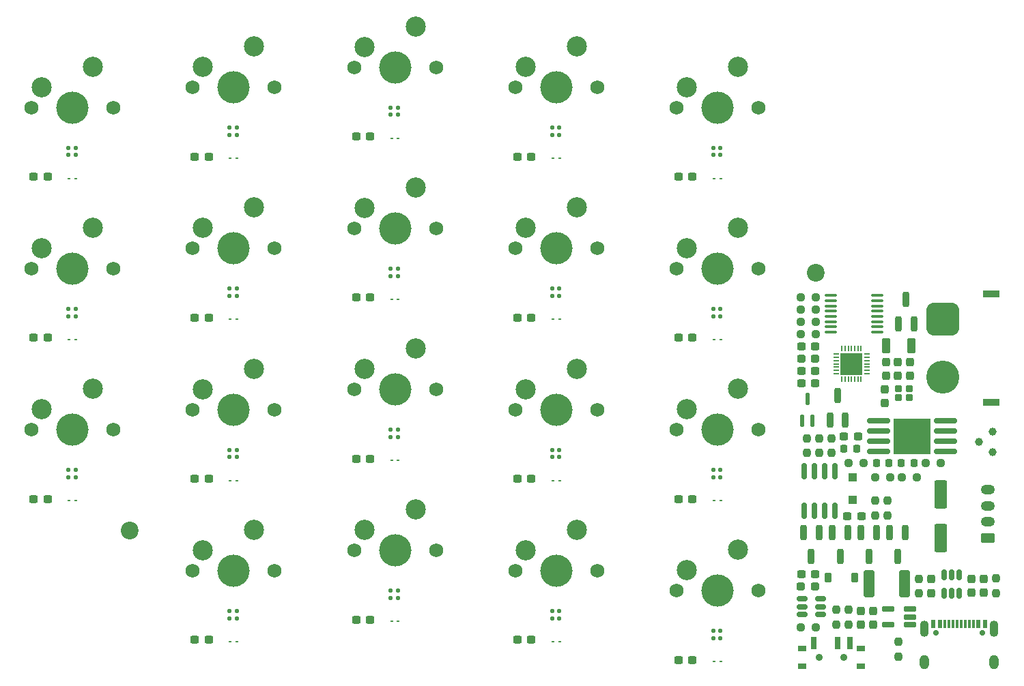
<source format=gbr>
%TF.GenerationSoftware,KiCad,Pcbnew,9.0.3*%
%TF.CreationDate,2025-07-27T18:33:32+02:00*%
%TF.ProjectId,Tastatur,54617374-6174-4757-922e-6b696361645f,0*%
%TF.SameCoordinates,Original*%
%TF.FileFunction,Soldermask,Top*%
%TF.FilePolarity,Negative*%
%FSLAX46Y46*%
G04 Gerber Fmt 4.6, Leading zero omitted, Abs format (unit mm)*
G04 Created by KiCad (PCBNEW 9.0.3) date 2025-07-27 18:33:32*
%MOMM*%
%LPD*%
G01*
G04 APERTURE LIST*
G04 Aperture macros list*
%AMRoundRect*
0 Rectangle with rounded corners*
0 $1 Rounding radius*
0 $2 $3 $4 $5 $6 $7 $8 $9 X,Y pos of 4 corners*
0 Add a 4 corners polygon primitive as box body*
4,1,4,$2,$3,$4,$5,$6,$7,$8,$9,$2,$3,0*
0 Add four circle primitives for the rounded corners*
1,1,$1+$1,$2,$3*
1,1,$1+$1,$4,$5*
1,1,$1+$1,$6,$7*
1,1,$1+$1,$8,$9*
0 Add four rect primitives between the rounded corners*
20,1,$1+$1,$2,$3,$4,$5,0*
20,1,$1+$1,$4,$5,$6,$7,0*
20,1,$1+$1,$6,$7,$8,$9,0*
20,1,$1+$1,$8,$9,$2,$3,0*%
G04 Aperture macros list end*
%ADD10C,1.750000*%
%ADD11C,4.000000*%
%ADD12C,2.500000*%
%ADD13RoundRect,0.125000X0.125000X-0.125000X0.125000X0.125000X-0.125000X0.125000X-0.125000X-0.125000X0*%
%ADD14RoundRect,0.237500X-0.300000X-0.237500X0.300000X-0.237500X0.300000X0.237500X-0.300000X0.237500X0*%
%ADD15RoundRect,0.200000X-0.200000X0.750000X-0.200000X-0.750000X0.200000X-0.750000X0.200000X0.750000X0*%
%ADD16C,0.700000*%
%ADD17R,0.550000X1.100000*%
%ADD18R,0.300000X1.100000*%
%ADD19O,1.100000X2.000000*%
%ADD20O,1.200000X1.800000*%
%ADD21R,1.000000X0.800000*%
%ADD22C,0.900000*%
%ADD23R,0.700000X1.500000*%
%ADD24RoundRect,0.062500X0.117500X0.062500X-0.117500X0.062500X-0.117500X-0.062500X0.117500X-0.062500X0*%
%ADD25RoundRect,0.200000X-0.250000X-0.200000X0.250000X-0.200000X0.250000X0.200000X-0.250000X0.200000X0*%
%ADD26RoundRect,0.237500X0.237500X-0.300000X0.237500X0.300000X-0.237500X0.300000X-0.237500X-0.300000X0*%
%ADD27RoundRect,0.237500X0.250000X0.237500X-0.250000X0.237500X-0.250000X-0.237500X0.250000X-0.237500X0*%
%ADD28R,2.700000X2.700000*%
%ADD29O,0.750000X0.200000*%
%ADD30O,0.200000X0.750000*%
%ADD31RoundRect,0.150000X-0.150000X0.825000X-0.150000X-0.825000X0.150000X-0.825000X0.150000X0.825000X0*%
%ADD32RoundRect,0.237500X0.237500X-0.250000X0.237500X0.250000X-0.237500X0.250000X-0.237500X-0.250000X0*%
%ADD33RoundRect,0.218750X-0.218750X-0.256250X0.218750X-0.256250X0.218750X0.256250X-0.218750X0.256250X0*%
%ADD34C,1.000000*%
%ADD35RoundRect,0.237500X-0.287500X-0.237500X0.287500X-0.237500X0.287500X0.237500X-0.287500X0.237500X0*%
%ADD36RoundRect,0.237500X-0.250000X-0.237500X0.250000X-0.237500X0.250000X0.237500X-0.250000X0.237500X0*%
%ADD37RoundRect,0.237500X0.300000X0.237500X-0.300000X0.237500X-0.300000X-0.237500X0.300000X-0.237500X0*%
%ADD38RoundRect,0.237500X-0.237500X0.300000X-0.237500X-0.300000X0.237500X-0.300000X0.237500X0.300000X0*%
%ADD39RoundRect,0.150000X0.150000X-0.512500X0.150000X0.512500X-0.150000X0.512500X-0.150000X-0.512500X0*%
%ADD40RoundRect,0.250000X0.625000X-0.350000X0.625000X0.350000X-0.625000X0.350000X-0.625000X-0.350000X0*%
%ADD41O,1.750000X1.200000*%
%ADD42RoundRect,0.250000X0.400000X1.450000X-0.400000X1.450000X-0.400000X-1.450000X0.400000X-1.450000X0*%
%ADD43RoundRect,0.150000X-0.512500X-0.150000X0.512500X-0.150000X0.512500X0.150000X-0.512500X0.150000X0*%
%ADD44C,2.200000*%
%ADD45RoundRect,0.175000X1.250000X0.175000X-1.250000X0.175000X-1.250000X-0.175000X1.250000X-0.175000X0*%
%ADD46R,4.570000X4.450000*%
%ADD47RoundRect,0.112500X-0.112500X-0.637500X0.112500X-0.637500X0.112500X0.637500X-0.112500X0.637500X0*%
%ADD48R,2.000000X0.900000*%
%ADD49RoundRect,1.025000X-1.025000X1.025000X-1.025000X-1.025000X1.025000X-1.025000X1.025000X1.025000X0*%
%ADD50C,4.100000*%
%ADD51RoundRect,0.237500X-0.237500X0.250000X-0.237500X-0.250000X0.237500X-0.250000X0.237500X0.250000X0*%
%ADD52RoundRect,0.237500X0.237500X-0.287500X0.237500X0.287500X-0.237500X0.287500X-0.237500X-0.287500X0*%
%ADD53RoundRect,0.250000X0.300000X-0.300000X0.300000X0.300000X-0.300000X0.300000X-0.300000X-0.300000X0*%
%ADD54RoundRect,0.237500X-0.237500X0.287500X-0.237500X-0.287500X0.237500X-0.287500X0.237500X0.287500X0*%
%ADD55RoundRect,0.250000X-0.275000X-0.700000X0.275000X-0.700000X0.275000X0.700000X-0.275000X0.700000X0*%
%ADD56RoundRect,0.225000X0.225000X0.375000X-0.225000X0.375000X-0.225000X-0.375000X0.225000X-0.375000X0*%
%ADD57RoundRect,0.200000X0.200000X-0.750000X0.200000X0.750000X-0.200000X0.750000X-0.200000X-0.750000X0*%
%ADD58RoundRect,0.162500X0.617500X0.162500X-0.617500X0.162500X-0.617500X-0.162500X0.617500X-0.162500X0*%
%ADD59RoundRect,0.250000X-0.550000X1.500000X-0.550000X-1.500000X0.550000X-1.500000X0.550000X1.500000X0*%
%ADD60RoundRect,0.100000X0.637500X0.100000X-0.637500X0.100000X-0.637500X-0.100000X0.637500X-0.100000X0*%
G04 APERTURE END LIST*
D10*
%TO.C,SW207*%
X98050000Y-87130000D03*
D11*
X103130000Y-87130000D03*
D10*
X108210000Y-87130000D03*
D12*
X99320000Y-84590000D03*
X105670000Y-82050000D03*
%TD*%
D13*
%TO.C,D265*%
X162610000Y-115530000D03*
X163510000Y-115530000D03*
X163510000Y-114630000D03*
X162610000Y-114630000D03*
%TD*%
D14*
%TO.C,C206*%
X78310000Y-98230000D03*
X80035000Y-98230000D03*
%TD*%
D15*
%TO.C,Q107*%
X182844000Y-122378000D03*
X180944000Y-122378000D03*
X181894000Y-125378000D03*
%TD*%
D16*
%TO.C,USB101*%
X190220000Y-134844000D03*
X196000000Y-134844000D03*
D17*
X189910000Y-133764000D03*
X190710000Y-133764000D03*
D18*
X191360000Y-133764000D03*
X191860000Y-133764000D03*
X192360000Y-133764000D03*
X192860000Y-133764000D03*
X193360000Y-133764000D03*
X193860000Y-133764000D03*
X194360000Y-133764000D03*
X194860000Y-133764000D03*
D17*
X195510000Y-133764000D03*
X196310000Y-133764000D03*
D19*
X188790000Y-134314000D03*
D20*
X188790000Y-138524000D03*
D19*
X197430000Y-134314000D03*
D20*
X197430000Y-138524000D03*
%TD*%
D21*
%TO.C,SW221*%
X173636000Y-136762000D03*
X173636000Y-138972000D03*
D22*
X175786000Y-137872000D03*
X178786000Y-137872000D03*
D21*
X180936000Y-136762000D03*
X180936000Y-138972000D03*
D23*
X175036000Y-136112000D03*
X178036000Y-136112000D03*
X179536000Y-136112000D03*
%TD*%
D14*
%TO.C,C208*%
X118310000Y-93230000D03*
X120035000Y-93230000D03*
%TD*%
D24*
%TO.C,D213*%
X122710000Y-113430000D03*
X123550000Y-113430000D03*
%TD*%
D15*
%TO.C,Q103*%
X186400000Y-122378000D03*
X184500000Y-122378000D03*
X185450000Y-125378000D03*
%TD*%
D13*
%TO.C,D269*%
X162610000Y-135530000D03*
X163510000Y-135530000D03*
X163510000Y-134630000D03*
X162610000Y-134630000D03*
%TD*%
D14*
%TO.C,C219*%
X158310000Y-138230000D03*
X160035000Y-138230000D03*
%TD*%
D13*
%TO.C,D254*%
X142610000Y-73030000D03*
X143510000Y-73030000D03*
X143510000Y-72130000D03*
X142610000Y-72130000D03*
%TD*%
D25*
%TO.C,Y101*%
X185544000Y-105664000D03*
X186944000Y-105664000D03*
X186944000Y-104564000D03*
X185544000Y-104564000D03*
%TD*%
D10*
%TO.C,SW203*%
X118050000Y-64630000D03*
D11*
X123130000Y-64630000D03*
D10*
X128210000Y-64630000D03*
D12*
X119320000Y-62090000D03*
X125670000Y-59550000D03*
%TD*%
D13*
%TO.C,D262*%
X102610000Y-113030000D03*
X103510000Y-113030000D03*
X103510000Y-112130000D03*
X102610000Y-112130000D03*
%TD*%
D26*
%TO.C,C101*%
X183896000Y-106323300D03*
X183896000Y-104598300D03*
%TD*%
D27*
%TO.C,R201*%
X175310000Y-94710000D03*
X173485000Y-94710000D03*
%TD*%
D24*
%TO.C,D207*%
X102710000Y-95930000D03*
X103550000Y-95930000D03*
%TD*%
D28*
%TO.C,U102*%
X179754000Y-101461000D03*
D29*
X177829000Y-100261000D03*
X177829000Y-100661000D03*
X177829000Y-101061000D03*
X177829000Y-101461000D03*
X177829000Y-101861000D03*
X177829000Y-102261000D03*
X177829000Y-102661000D03*
D30*
X178554000Y-103386000D03*
X178954000Y-103386000D03*
X179354000Y-103386000D03*
X179754000Y-103386000D03*
X180154000Y-103386000D03*
X180554000Y-103386000D03*
X180954000Y-103386000D03*
D29*
X181679000Y-102661000D03*
X181679000Y-102261000D03*
X181679000Y-101861000D03*
X181679000Y-101461000D03*
X181679000Y-101061000D03*
X181679000Y-100661000D03*
X181679000Y-100261000D03*
D30*
X180954000Y-99536000D03*
X180554000Y-99536000D03*
X180154000Y-99536000D03*
X179754000Y-99536000D03*
X179354000Y-99536000D03*
X178954000Y-99536000D03*
X178554000Y-99536000D03*
%TD*%
D13*
%TO.C,D261*%
X82610000Y-115530000D03*
X83510000Y-115530000D03*
X83510000Y-114630000D03*
X82610000Y-114630000D03*
%TD*%
D14*
%TO.C,C207*%
X98310000Y-95730000D03*
X100035000Y-95730000D03*
%TD*%
D24*
%TO.C,D214*%
X142710000Y-115930000D03*
X143550000Y-115930000D03*
%TD*%
D10*
%TO.C,SW216*%
X98050000Y-127130000D03*
D11*
X103130000Y-127130000D03*
D10*
X108210000Y-127130000D03*
D12*
X99320000Y-124590000D03*
X105670000Y-122050000D03*
%TD*%
D10*
%TO.C,SW212*%
X98050000Y-107130000D03*
D11*
X103130000Y-107130000D03*
D10*
X108210000Y-107130000D03*
D12*
X99320000Y-104590000D03*
X105670000Y-102050000D03*
%TD*%
D13*
%TO.C,D255*%
X162610000Y-75530000D03*
X163510000Y-75530000D03*
X163510000Y-74630000D03*
X162610000Y-74630000D03*
%TD*%
D24*
%TO.C,D205*%
X162710000Y-78430000D03*
X163550000Y-78430000D03*
%TD*%
D14*
%TO.C,C201*%
X78310000Y-78230000D03*
X80035000Y-78230000D03*
%TD*%
%TO.C,C203*%
X118310000Y-73230000D03*
X120035000Y-73230000D03*
%TD*%
D31*
%TO.C,U107*%
X177703000Y-114776000D03*
X176433000Y-114776000D03*
X175163000Y-114776000D03*
X173893000Y-114776000D03*
X173893000Y-119726000D03*
X175163000Y-119726000D03*
X176433000Y-119726000D03*
X177703000Y-119726000D03*
%TD*%
D32*
%TO.C,R103*%
X185544000Y-137815000D03*
X185544000Y-135990000D03*
%TD*%
D33*
%TO.C,D106*%
X178790500Y-112014000D03*
X180365500Y-112014000D03*
%TD*%
D34*
%TO.C,TP101*%
X197231000Y-109855000D03*
%TD*%
D35*
%TO.C,L101*%
X173522500Y-100806000D03*
X175272500Y-100806000D03*
%TD*%
D24*
%TO.C,D215*%
X162710000Y-118430000D03*
X163550000Y-118430000D03*
%TD*%
D13*
%TO.C,D263*%
X122610000Y-110530000D03*
X123510000Y-110530000D03*
X123510000Y-109630000D03*
X122610000Y-109630000D03*
%TD*%
D14*
%TO.C,C204*%
X138310000Y-75730000D03*
X140035000Y-75730000D03*
%TD*%
D36*
%TO.C,R109*%
X188976000Y-113792000D03*
X190801000Y-113792000D03*
%TD*%
%TO.C,R114*%
X179427500Y-113792000D03*
X181252500Y-113792000D03*
%TD*%
D24*
%TO.C,D217*%
X122710000Y-133430000D03*
X123550000Y-133430000D03*
%TD*%
D27*
%TO.C,R205*%
X175290000Y-134146000D03*
X173465000Y-134146000D03*
%TD*%
D13*
%TO.C,D251*%
X82610000Y-75530000D03*
X83510000Y-75530000D03*
X83510000Y-74630000D03*
X82610000Y-74630000D03*
%TD*%
D37*
%TO.C,C114*%
X180978500Y-120364000D03*
X179253500Y-120364000D03*
%TD*%
D36*
%TO.C,R106*%
X186008000Y-115570000D03*
X187833000Y-115570000D03*
%TD*%
D38*
%TO.C,C110*%
X182402000Y-132101000D03*
X182402000Y-133826000D03*
%TD*%
D39*
%TO.C,U101*%
X191212300Y-129915500D03*
X192162300Y-129915500D03*
X193112300Y-129915500D03*
X193112300Y-127640500D03*
X192162300Y-127640500D03*
X191212300Y-127640500D03*
%TD*%
D32*
%TO.C,R113*%
X177292000Y-112522000D03*
X177292000Y-110697000D03*
%TD*%
D33*
%TO.C,D103*%
X185904500Y-113792000D03*
X187479500Y-113792000D03*
%TD*%
D40*
%TO.C,J102*%
X196626000Y-123062000D03*
D41*
X196626000Y-121062000D03*
X196626000Y-119062000D03*
X196626000Y-117062000D03*
%TD*%
D26*
%TO.C,C106*%
X185521600Y-102970500D03*
X185521600Y-101245500D03*
%TD*%
D35*
%TO.C,L102*%
X173502500Y-129066000D03*
X175252500Y-129066000D03*
%TD*%
D10*
%TO.C,SW213*%
X118050000Y-104630000D03*
D11*
X123130000Y-104630000D03*
D10*
X128210000Y-104630000D03*
D12*
X119320000Y-102090000D03*
X125670000Y-99550000D03*
%TD*%
D42*
%TO.C,F101*%
X186375000Y-128746000D03*
X181925000Y-128746000D03*
%TD*%
D13*
%TO.C,D260*%
X162610000Y-95530000D03*
X163510000Y-95530000D03*
X163510000Y-94630000D03*
X162610000Y-94630000D03*
%TD*%
D43*
%TO.C,U104*%
X173615500Y-130656000D03*
X173615500Y-131606000D03*
X173615500Y-132556000D03*
X175890500Y-132556000D03*
X175890500Y-131606000D03*
X175890500Y-130656000D03*
%TD*%
D44*
%TO.C,H201*%
X90200000Y-122142000D03*
%TD*%
D14*
%TO.C,C209*%
X138310000Y-95730000D03*
X140035000Y-95730000D03*
%TD*%
D32*
%TO.C,R111*%
X184180000Y-120260500D03*
X184180000Y-118435500D03*
%TD*%
%TO.C,R108*%
X175768000Y-112522000D03*
X175768000Y-110697000D03*
%TD*%
D36*
%TO.C,R107*%
X182706000Y-115570000D03*
X184531000Y-115570000D03*
%TD*%
D13*
%TO.C,D252*%
X102610000Y-73030000D03*
X103510000Y-73030000D03*
X103510000Y-72130000D03*
X102610000Y-72130000D03*
%TD*%
D45*
%TO.C,U105*%
X191389000Y-112362000D03*
X191389000Y-111092000D03*
X191389000Y-109822000D03*
X191389000Y-108552000D03*
X183089000Y-108552000D03*
X183089000Y-109822000D03*
X183089000Y-111092000D03*
X183089000Y-112362000D03*
D46*
X187239000Y-110457000D03*
%TD*%
D24*
%TO.C,D204*%
X142710000Y-75930000D03*
X143550000Y-75930000D03*
%TD*%
D27*
%TO.C,R202*%
X175310000Y-96234000D03*
X173485000Y-96234000D03*
%TD*%
D13*
%TO.C,D257*%
X102610000Y-93030000D03*
X103510000Y-93030000D03*
X103510000Y-92130000D03*
X102610000Y-92130000D03*
%TD*%
D14*
%TO.C,C215*%
X158310000Y-118230000D03*
X160035000Y-118230000D03*
%TD*%
D13*
%TO.C,D264*%
X142610000Y-113030000D03*
X143510000Y-113030000D03*
X143510000Y-112130000D03*
X142610000Y-112130000D03*
%TD*%
D37*
%TO.C,C104*%
X175260000Y-103854000D03*
X173535000Y-103854000D03*
%TD*%
D10*
%TO.C,SW211*%
X78050000Y-109630000D03*
D11*
X83130000Y-109630000D03*
D10*
X88210000Y-109630000D03*
D12*
X79320000Y-107090000D03*
X85670000Y-104550000D03*
%TD*%
D24*
%TO.C,D211*%
X82710000Y-118430000D03*
X83550000Y-118430000D03*
%TD*%
%TO.C,D206*%
X82710000Y-98430000D03*
X83550000Y-98430000D03*
%TD*%
D14*
%TO.C,C212*%
X98310000Y-115730000D03*
X100035000Y-115730000D03*
%TD*%
D13*
%TO.C,D258*%
X122610000Y-90530000D03*
X123510000Y-90530000D03*
X123510000Y-89630000D03*
X122610000Y-89630000D03*
%TD*%
D10*
%TO.C,SW215*%
X158050000Y-109630000D03*
D11*
X163130000Y-109630000D03*
D10*
X168210000Y-109630000D03*
D12*
X159320000Y-107090000D03*
X165670000Y-104550000D03*
%TD*%
D32*
%TO.C,R112*%
X182656000Y-120260500D03*
X182656000Y-118435500D03*
%TD*%
D26*
%TO.C,C103*%
X184021600Y-102970500D03*
X184021600Y-101245500D03*
%TD*%
D44*
%TO.C,H202*%
X175290000Y-90138000D03*
%TD*%
D47*
%TO.C,Q106*%
X173624000Y-108486000D03*
X174924000Y-108486000D03*
X174274000Y-105826000D03*
%TD*%
D32*
%TO.C,R101*%
X197684000Y-129912500D03*
X197684000Y-128087500D03*
%TD*%
D33*
%TO.C,D104*%
X182831000Y-113792000D03*
X184406000Y-113792000D03*
%TD*%
D14*
%TO.C,C216*%
X98310000Y-135730000D03*
X100035000Y-135730000D03*
%TD*%
D24*
%TO.C,D216*%
X102710000Y-135930000D03*
X103550000Y-135930000D03*
%TD*%
%TO.C,D218*%
X142710000Y-135930000D03*
X143550000Y-135930000D03*
%TD*%
%TO.C,D209*%
X142710000Y-95930000D03*
X143550000Y-95930000D03*
%TD*%
D48*
%TO.C,J103*%
X197097000Y-92735000D03*
X197097000Y-106235000D03*
D49*
X191097000Y-95885000D03*
D50*
X191097000Y-103085000D03*
%TD*%
D14*
%TO.C,C214*%
X138310000Y-115730000D03*
X140035000Y-115730000D03*
%TD*%
%TO.C,C108*%
X173515000Y-127542000D03*
X175240000Y-127542000D03*
%TD*%
%TO.C,C211*%
X78310000Y-118230000D03*
X80035000Y-118230000D03*
%TD*%
D10*
%TO.C,SW209*%
X138050000Y-87130000D03*
D11*
X143130000Y-87130000D03*
D10*
X148210000Y-87130000D03*
D12*
X139320000Y-84590000D03*
X145670000Y-82050000D03*
%TD*%
D24*
%TO.C,D201*%
X82710000Y-78430000D03*
X83550000Y-78430000D03*
%TD*%
%TO.C,D212*%
X102710000Y-115930000D03*
X103550000Y-115930000D03*
%TD*%
D13*
%TO.C,D268*%
X142610000Y-133030000D03*
X143510000Y-133030000D03*
X143510000Y-132130000D03*
X142610000Y-132130000D03*
%TD*%
D24*
%TO.C,D208*%
X122710000Y-93430000D03*
X123550000Y-93430000D03*
%TD*%
D37*
%TO.C,C111*%
X180541000Y-110490000D03*
X178816000Y-110490000D03*
%TD*%
D10*
%TO.C,SW204*%
X138050000Y-67130000D03*
D11*
X143130000Y-67130000D03*
D10*
X148210000Y-67130000D03*
D12*
X139320000Y-64590000D03*
X145670000Y-62050000D03*
%TD*%
D34*
%TO.C,TP104*%
X195580000Y-111125000D03*
%TD*%
D14*
%TO.C,C113*%
X173535000Y-99282000D03*
X175260000Y-99282000D03*
%TD*%
D51*
%TO.C,R110*%
X174244000Y-110697000D03*
X174244000Y-112522000D03*
%TD*%
D14*
%TO.C,C217*%
X118310000Y-133230000D03*
X120035000Y-133230000D03*
%TD*%
D13*
%TO.C,D266*%
X102610000Y-133030000D03*
X103510000Y-133030000D03*
X103510000Y-132130000D03*
X102610000Y-132130000D03*
%TD*%
D14*
%TO.C,C210*%
X158310000Y-98230000D03*
X160035000Y-98230000D03*
%TD*%
D10*
%TO.C,SW210*%
X158050000Y-89630000D03*
D11*
X163130000Y-89630000D03*
D10*
X168210000Y-89630000D03*
D12*
X159320000Y-87090000D03*
X165670000Y-84550000D03*
%TD*%
D24*
%TO.C,D202*%
X102710000Y-75930000D03*
X103550000Y-75930000D03*
%TD*%
D38*
%TO.C,C109*%
X194636000Y-128137500D03*
X194636000Y-129862500D03*
%TD*%
D52*
%TO.C,L103*%
X189636400Y-129907000D03*
X189636400Y-128157000D03*
%TD*%
D53*
%TO.C,D105*%
X179862000Y-118332000D03*
X179862000Y-115532000D03*
%TD*%
D14*
%TO.C,C213*%
X118310000Y-113230000D03*
X120035000Y-113230000D03*
%TD*%
D54*
%TO.C,D101*%
X196160000Y-128125000D03*
X196160000Y-129875000D03*
%TD*%
D14*
%TO.C,C202*%
X98310000Y-75730000D03*
X100035000Y-75730000D03*
%TD*%
D13*
%TO.C,D259*%
X142610000Y-93030000D03*
X143510000Y-93030000D03*
X143510000Y-92130000D03*
X142610000Y-92130000D03*
%TD*%
D32*
%TO.C,R102*%
X188112400Y-129944500D03*
X188112400Y-128119500D03*
%TD*%
D14*
%TO.C,C205*%
X158310000Y-78230000D03*
X160035000Y-78230000D03*
%TD*%
D10*
%TO.C,SW206*%
X78050000Y-89630000D03*
D11*
X83130000Y-89630000D03*
D10*
X88210000Y-89630000D03*
D12*
X79320000Y-87090000D03*
X85670000Y-84550000D03*
%TD*%
D15*
%TO.C,Q101*%
X179288000Y-122378000D03*
X177388000Y-122378000D03*
X178338000Y-125378000D03*
%TD*%
D14*
%TO.C,C218*%
X138310000Y-135730000D03*
X140035000Y-135730000D03*
%TD*%
D55*
%TO.C,AE101*%
X184048000Y-99212400D03*
X187198000Y-99212400D03*
%TD*%
D10*
%TO.C,SW202*%
X98050000Y-67130000D03*
D11*
X103130000Y-67130000D03*
D10*
X108210000Y-67130000D03*
D12*
X99320000Y-64590000D03*
X105670000Y-62050000D03*
%TD*%
D10*
%TO.C,SW218*%
X138050000Y-127130000D03*
D11*
X143130000Y-127130000D03*
D10*
X148210000Y-127130000D03*
D12*
X139320000Y-124590000D03*
X145670000Y-122050000D03*
%TD*%
D10*
%TO.C,SW205*%
X158050000Y-69630000D03*
D11*
X163130000Y-69630000D03*
D10*
X168210000Y-69630000D03*
D12*
X159320000Y-67090000D03*
X165670000Y-64550000D03*
%TD*%
D24*
%TO.C,D203*%
X122710000Y-73430000D03*
X123550000Y-73430000D03*
%TD*%
D56*
%TO.C,D102*%
X180114000Y-127984000D03*
X176814000Y-127984000D03*
%TD*%
D10*
%TO.C,SW208*%
X118050000Y-84630000D03*
D11*
X123130000Y-84630000D03*
D10*
X128210000Y-84630000D03*
D12*
X119320000Y-82090000D03*
X125670000Y-79550000D03*
%TD*%
D10*
%TO.C,SW214*%
X138050000Y-107130000D03*
D11*
X143130000Y-107130000D03*
D10*
X148210000Y-107130000D03*
D12*
X139320000Y-104590000D03*
X145670000Y-102050000D03*
%TD*%
D37*
%TO.C,C102*%
X175260000Y-102330000D03*
X173535000Y-102330000D03*
%TD*%
D10*
%TO.C,SW201*%
X78050000Y-69630000D03*
D11*
X83130000Y-69630000D03*
D10*
X88210000Y-69630000D03*
D12*
X79320000Y-67090000D03*
X85670000Y-64550000D03*
%TD*%
D51*
%TO.C,R105*%
X179354000Y-132001000D03*
X179354000Y-133826000D03*
%TD*%
D57*
%TO.C,Q104*%
X185582000Y-96488000D03*
X187482000Y-96488000D03*
X186532000Y-93488000D03*
%TD*%
D24*
%TO.C,D210*%
X162710000Y-98430000D03*
X163550000Y-98430000D03*
%TD*%
D13*
%TO.C,D256*%
X82610000Y-95530000D03*
X83510000Y-95530000D03*
X83510000Y-94630000D03*
X82610000Y-94630000D03*
%TD*%
D34*
%TO.C,TP103*%
X197231000Y-112395000D03*
%TD*%
D10*
%TO.C,SW217*%
X118050000Y-124630000D03*
D11*
X123130000Y-124630000D03*
D10*
X128210000Y-124630000D03*
D12*
X119320000Y-122090000D03*
X125670000Y-119550000D03*
%TD*%
D15*
%TO.C,Q102*%
X175710000Y-122378000D03*
X173810000Y-122378000D03*
X174760000Y-125378000D03*
%TD*%
D13*
%TO.C,D267*%
X122610000Y-130530000D03*
X123510000Y-130530000D03*
X123510000Y-129630000D03*
X122610000Y-129630000D03*
%TD*%
D58*
%TO.C,U103*%
X186974000Y-133826000D03*
X186974000Y-132876000D03*
X186974000Y-131926000D03*
X184274000Y-131926000D03*
X184274000Y-133826000D03*
%TD*%
D59*
%TO.C,C112*%
X190784000Y-117696000D03*
X190784000Y-123096000D03*
%TD*%
D27*
%TO.C,R203*%
X175310000Y-97758000D03*
X173485000Y-97758000D03*
%TD*%
%TO.C,R204*%
X175310000Y-93186000D03*
X173485000Y-93186000D03*
%TD*%
D60*
%TO.C,U106*%
X182948500Y-97525000D03*
X182948500Y-96875000D03*
X182948500Y-96225000D03*
X182948500Y-95575000D03*
X182948500Y-94925000D03*
X182948500Y-94275000D03*
X182948500Y-93625000D03*
X182948500Y-92975000D03*
X177223500Y-92975000D03*
X177223500Y-93625000D03*
X177223500Y-94275000D03*
X177223500Y-94925000D03*
X177223500Y-95575000D03*
X177223500Y-96225000D03*
X177223500Y-96875000D03*
X177223500Y-97525000D03*
%TD*%
D13*
%TO.C,D253*%
X122610000Y-70530000D03*
X123510000Y-70530000D03*
X123510000Y-69630000D03*
X122610000Y-69630000D03*
%TD*%
D26*
%TO.C,C107*%
X180878000Y-133826000D03*
X180878000Y-132101000D03*
%TD*%
D10*
%TO.C,SW219*%
X158050000Y-129630000D03*
D11*
X163130000Y-129630000D03*
D10*
X168210000Y-129630000D03*
D12*
X159320000Y-127090000D03*
X165670000Y-124550000D03*
%TD*%
D26*
%TO.C,C105*%
X187021600Y-102970500D03*
X187021600Y-101245500D03*
%TD*%
D32*
%TO.C,R104*%
X177830000Y-133826000D03*
X177830000Y-132001000D03*
%TD*%
D57*
%TO.C,Q105*%
X177068000Y-108426000D03*
X178968000Y-108426000D03*
X178018000Y-105426000D03*
%TD*%
D24*
%TO.C,D219*%
X162710000Y-138430000D03*
X163550000Y-138430000D03*
%TD*%
M02*

</source>
